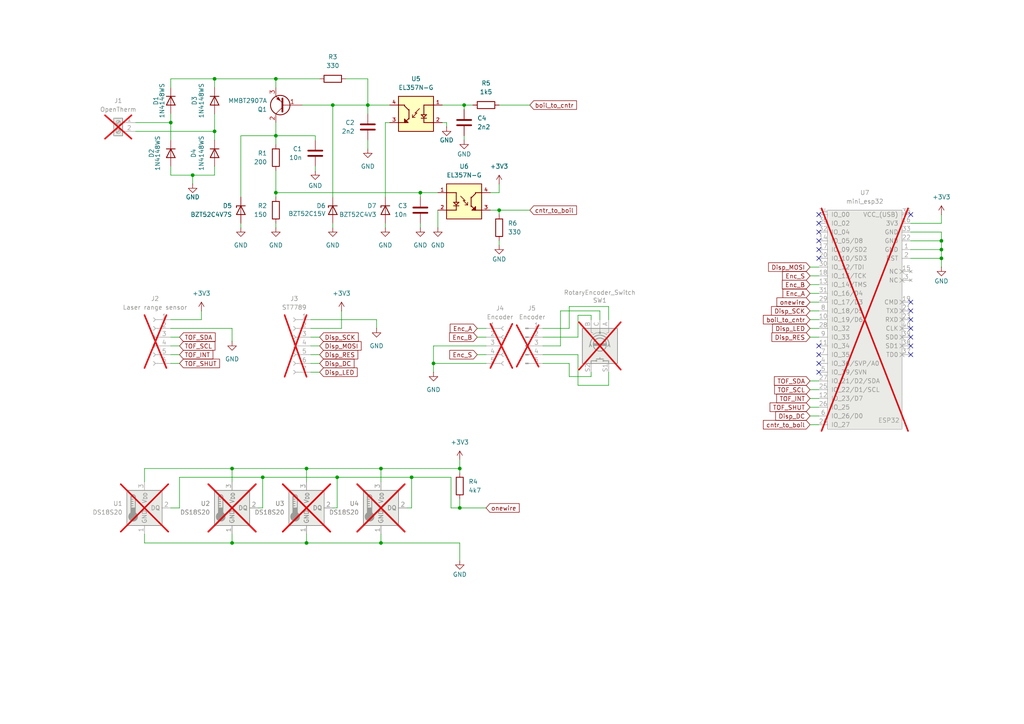
<source format=kicad_sch>
(kicad_sch (version 20231120) (generator "eeschema") (generator_version "8.0")
  (paper "A4")
  (lib_symbols
    (symbol "Connector:Conn_01x05_Pin" (pin_names (offset 1.016) hide)
      (property "Reference" "J" (at 0 7.62 0))
      (property "Value" "Conn_01x05_Pin" (at 0 -7.62 0))
      (symbol "Conn_01x05_Pin_1_1"
        (pin passive line (at 5.08 5.08 180) (length 3.81) (name "Pin_1") (number "1"))
        (pin passive line (at 5.08 2.54 180) (length 3.81) (name "Pin_2") (number "2"))
        (pin passive line (at 5.08 0 180) (length 3.81) (name "Pin_3") (number "3"))
        (pin passive line (at 5.08 -2.54 180) (length 3.81) (name "Pin_4") (number "4"))
        (pin passive line (at 5.08 -5.08 180) (length 3.81) (name "Pin_5") (number "5"))
      )
    )
    (symbol "Connector:Conn_01x05_Socket" (pin_names (offset 1.016) hide)
      (property "Reference" "J" (at 0 7.62 0))
      (property "Value" "Conn_01x05_Socket" (at 0 -7.62 0))
      (symbol "Conn_01x05_Socket_1_1"
        (pin passive line (at -5.08 5.08 0) (length 3.81) (name "Pin_1") (number "1"))
        (pin passive line (at -5.08 2.54 0) (length 3.81) (name "Pin_2") (number "2"))
        (pin passive line (at -5.08 0 0) (length 3.81) (name "Pin_3") (number "3"))
        (pin passive line (at -5.08 -2.54 0) (length 3.81) (name "Pin_4") (number "4"))
        (pin passive line (at -5.08 -5.08 0) (length 3.81) (name "Pin_5") (number "5"))
      )
    )
    (symbol "Connector:Conn_01x06_Socket" (pin_names (offset 1.016) hide)
      (property "Reference" "J" (at 0 7.62 0))
      (property "Value" "Conn_01x06_Socket" (at 0 -10.16 0))
      (symbol "Conn_01x06_Socket_1_1"
        (pin passive line (at -5.08 5.08 0) (length 3.81) (name "Pin_1") (number "1"))
        (pin passive line (at -5.08 2.54 0) (length 3.81) (name "Pin_2") (number "2"))
        (pin passive line (at -5.08 0 0) (length 3.81) (name "Pin_3") (number "3"))
        (pin passive line (at -5.08 -2.54 0) (length 3.81) (name "Pin_4") (number "4"))
        (pin passive line (at -5.08 -5.08 0) (length 3.81) (name "Pin_5") (number "5"))
        (pin passive line (at -5.08 -7.62 0) (length 3.81) (name "Pin_6") (number "6"))
      )
    )
    (symbol "Connector:Conn_01x07_Socket" (pin_names (offset 1.016) hide)
      (property "Reference" "J" (at 0 10.16 0))
      (property "Value" "Conn_01x07_Socket" (at 0 -10.16 0))
      (symbol "Conn_01x07_Socket_1_1"
        (pin passive line (at -5.08 7.62 0) (length 3.81) (name "Pin_1") (number "1"))
        (pin passive line (at -5.08 5.08 0) (length 3.81) (name "Pin_2") (number "2"))
        (pin passive line (at -5.08 2.54 0) (length 3.81) (name "Pin_3") (number "3"))
        (pin passive line (at -5.08 0 0) (length 3.81) (name "Pin_4") (number "4"))
        (pin passive line (at -5.08 -2.54 0) (length 3.81) (name "Pin_5") (number "5"))
        (pin passive line (at -5.08 -5.08 0) (length 3.81) (name "Pin_6") (number "6"))
        (pin passive line (at -5.08 -7.62 0) (length 3.81) (name "Pin_7") (number "7"))
      )
    )
    (symbol "Connector:Screw_Terminal_01x02" (pin_names (offset 1.016) hide)
      (property "Reference" "J" (at 0 2.54 0))
      (property "Value" "Screw_Terminal_01x02" (at 0 -5.08 0))
      (symbol "Screw_Terminal_01x02_1_1"
        (pin passive line (at -5.08 0 0) (length 3.81) (name "Pin_1") (number "1"))
        (pin passive line (at -5.08 -2.54 0) (length 3.81) (name "Pin_2") (number "2"))
      )
    )
    (symbol "D_1" (pin_numbers hide) (pin_names (offset 1.016) hide)
      (property "Reference" "D" (at 0 2.54 0))
      (property "Value" "D" (at 0 -2.54 0))
      (symbol "D_1_1_1"
        (pin passive line (at -3.81 0 0) (length 2.54) (name "K") (number "1"))
        (pin passive line (at 3.81 0 180) (length 2.54) (name "A") (number "2"))
      )
    )
    (symbol "D_2" (pin_numbers hide) (pin_names (offset 1.016) hide)
      (property "Reference" "D" (at 0 2.54 0))
      (property "Value" "D" (at 0 -2.54 0))
      (symbol "D_2_1_1"
        (pin passive line (at -3.81 0 0) (length 2.54) (name "K") (number "1"))
        (pin passive line (at 3.81 0 180) (length 2.54) (name "A") (number "2"))
      )
    )
    (symbol "D_3" (pin_numbers hide) (pin_names (offset 1.016) hide)
      (property "Reference" "D" (at 0 2.54 0))
      (property "Value" "D" (at 0 -2.54 0))
      (symbol "D_3_1_1"
        (pin passive line (at -3.81 0 0) (length 2.54) (name "K") (number "1"))
        (pin passive line (at 3.81 0 180) (length 2.54) (name "A") (number "2"))
      )
    )
    (symbol "D_Zener_1" (pin_numbers hide) (pin_names (offset 1.016) hide)
      (property "Reference" "D" (at 0 2.54 0))
      (property "Value" "D_Zener" (at 0 -2.54 0))
      (symbol "D_Zener_1_1_1"
        (pin passive line (at -3.81 0 0) (length 2.54) (name "K") (number "1"))
        (pin passive line (at 3.81 0 180) (length 2.54) (name "A") (number "2"))
      )
    )
    (symbol "D_Zener_2" (pin_numbers hide) (pin_names (offset 1.016) hide)
      (property "Reference" "D" (at 0 2.54 0))
      (property "Value" "D_Zener" (at 0 -2.54 0))
      (symbol "D_Zener_2_1_1"
        (pin passive line (at -3.81 0 0) (length 2.54) (name "K") (number "1"))
        (pin passive line (at 3.81 0 180) (length 2.54) (name "A") (number "2"))
      )
    )
    (symbol "Device:C" (pin_numbers hide) (pin_names (offset 0.254))
      (property "Reference" "C" (at 0.635 2.54 0))
      (property "Value" "C" (at 0.635 -2.54 0))
      (symbol "C_1_1"
        (pin passive line (at 0 3.81 270) (length 2.794) (name "~") (number "1"))
        (pin passive line (at 0 -3.81 90) (length 2.794) (name "~") (number "2"))
      )
    )
    (symbol "Device:D_Zener" (pin_numbers hide) (pin_names (offset 1.016) hide)
      (property "Reference" "D" (at 0 2.54 0))
      (property "Value" "D_Zener" (at 0 -2.54 0))
      (symbol "D_Zener_1_1"
        (pin passive line (at -3.81 0 0) (length 2.54) (name "K") (number "1"))
        (pin passive line (at 3.81 0 180) (length 2.54) (name "A") (number "2"))
      )
    )
    (symbol "Device:Q_PNP_BCE" (pin_names (offset 0) hide)
      (property "Reference" "Q" (at 5.08 1.27 0))
      (property "Value" "Q_PNP_BCE" (at 5.08 -1.27 0))
      (symbol "Q_PNP_BCE_1_1"
        (pin input line (at -5.08 0 0) (length 5.715) (name "B") (number "1"))
        (pin passive line (at 2.54 5.08 270) (length 2.54) (name "C") (number "2"))
        (pin passive line (at 2.54 -5.08 90) (length 2.54) (name "E") (number "3"))
      )
    )
    (symbol "Device:R" (pin_numbers hide) (pin_names (offset 0))
      (property "Reference" "R" (at 2.032 0 90))
      (property "Value" "R" (at 0 0 90))
      (symbol "R_1_1"
        (pin passive line (at 0 3.81 270) (length 1.27) (name "~") (number "1"))
        (pin passive line (at 0 -3.81 90) (length 1.27) (name "~") (number "2"))
      )
    )
    (symbol "Device:RotaryEncoder_Switch" (pin_names (offset 0.254) hide)
      (property "Reference" "SW" (at 0 6.604 0))
      (property "Value" "RotaryEncoder_Switch" (at 0 -6.604 0))
      (symbol "RotaryEncoder_Switch_1_1"
        (pin passive line (at -7.62 2.54 0) (length 2.54) (name "A") (number "A"))
        (pin passive line (at -7.62 -2.54 0) (length 2.54) (name "B") (number "B"))
        (pin passive line (at -7.62 0 0) (length 2.54) (name "C") (number "C"))
        (pin passive line (at 7.62 2.54 180) (length 2.54) (name "S1") (number "S1"))
        (pin passive line (at 7.62 -2.54 180) (length 2.54) (name "S2") (number "S2"))
      )
    )
    (symbol "EL357N-G:EL357N-G" (pin_names (offset 1.016))
      (property "Reference" "U" (at -5.08 5.08 0))
      (property "Value" "EL357N-G" (at -5.08 -7.62 0))
      (symbol "EL357N-G_0_0"
        (pin passive line (at -7.62 2.54 0) (length 2.54) (name "~") (number "1"))
        (pin passive line (at -7.62 -2.54 0) (length 2.54) (name "~") (number "2"))
        (pin passive line (at 7.62 -2.54 180) (length 2.54) (name "~") (number "3"))
        (pin passive line (at 7.62 2.54 180) (length 2.54) (name "~") (number "4"))
      )
    )
    (symbol "ESP32_mini:mini_esp32" (pin_names (offset 1.016))
      (property "Reference" "U" (at -7.62 -50.8 0))
      (property "Value" "mini_esp32" (at 5.08 -59.69 0))
      (symbol "mini_esp32_0_0"
        (text "ESP32" (at 7.62 -62.23 0) (effects (font (size 1.27 1.27))))
        (pin power_in line (at 13.97 -12.7 180) (length 2.54) (name "GND") (number "1"))
        (pin input line (at 13.97 -15.24 180) (length 2.54) (name "RST") (number "2"))
        (pin no_connect non_logic (at 13.97 -21.59 180) (length 2.54) (name "NC") (number "3"))
        (pin bidirectional line (at -12.7 -45.72 0) (length 2.54) (name "IO_36/SVP/A0") (number "4"))
        (pin bidirectional line (at -12.7 -48.26 0) (length 2.54) (name "IO_39/SVN") (number "5"))
      )
      (symbol "mini_esp32_1_1"
        (pin bidirectional line (at -12.7 -33.02 0) (length 2.54) (name "IO_19/D6") (number "10"))
        (pin bidirectional line (at -12.7 -40.64 0) (length 2.54) (name "IO_34") (number "11"))
        (pin bidirectional line (at -12.7 -55.88 0) (length 2.54) (name "IO_23/D7") (number "12"))
        (pin bidirectional line (at -12.7 -22.86 0) (length 2.54) (name "IO_14/TMS") (number "13"))
        (pin bidirectional line (at -12.7 -10.16 0) (length 2.54) (name "IO_05/D8") (number "14"))
        (pin no_connect non_logic (at 13.97 -19.05 180) (length 2.54) (name "NC") (number "15"))
        (pin power_in line (at 13.97 -5.08 180) (length 2.54) (name "3V3") (number "16"))
        (pin bidirectional line (at -12.7 -12.7 0) (length 2.54) (name "IO_09/SD2") (number "17"))
        (pin bidirectional line (at -12.7 -20.32 0) (length 2.54) (name "IO_13/TCK") (number "18"))
        (pin passive non_logic (at 13.97 -27.94 180) (length 2.54) (name "CMD") (number "19"))
        (pin bidirectional line (at -12.7 -15.24 0) (length 2.54) (name "IO_10/SD3") (number "20"))
        (pin passive non_logic (at 13.97 -30.48 180) (length 2.54) (name "TXD") (number "21"))
        (pin power_in line (at 13.97 -10.16 180) (length 2.54) (name "GND") (number "22"))
        (pin passive non_logic (at 13.97 -33.02 180) (length 2.54) (name "RXD") (number "23"))
        (pin bidirectional line (at -12.7 -63.5 0) (length 2.54) (name "IO_27") (number "24"))
        (pin bidirectional line (at -12.7 -53.34 0) (length 2.54) (name "IO_22/D1/SCL") (number "25"))
        (pin bidirectional line (at -12.7 -58.42 0) (length 2.54) (name "IO_25") (number "26"))
        (pin bidirectional line (at -12.7 -50.8 0) (length 2.54) (name "IO_21/D2/SDA") (number "27"))
        (pin bidirectional line (at -12.7 -35.56 0) (length 2.54) (name "IO_32") (number "28"))
        (pin bidirectional line (at -12.7 -27.94 0) (length 2.54) (name "IO_17/D3") (number "29"))
        (pin bidirectional line (at -12.7 -17.78 0) (length 2.54) (name "IO_12/TDI") (number "30"))
        (pin bidirectional line (at -12.7 -25.4 0) (length 2.54) (name "IO_16/D4") (number "31"))
        (pin bidirectional line (at -12.7 -7.62 0) (length 2.54) (name "IO_04") (number "32"))
        (pin power_in line (at 13.97 -7.62 180) (length 2.54) (name "GND") (number "33"))
        (pin bidirectional line (at -12.7 -2.54 0) (length 2.54) (name "IO_00") (number "34"))
        (pin power_in line (at 13.97 -2.54 180) (length 2.54) (name "VCC_(USB)") (number "35"))
        (pin bidirectional line (at -12.7 -5.08 0) (length 2.54) (name "IO_02") (number "36"))
        (pin passive non_logic (at 13.97 -43.18 180) (length 2.54) (name "TD0") (number "37"))
        (pin passive non_logic (at 13.97 -40.64 180) (length 2.54) (name "SD1") (number "38"))
        (pin passive non_logic (at 13.97 -38.1 180) (length 2.54) (name "SD0") (number "39"))
        (pin passive non_logic (at 13.97 -35.56 180) (length 2.54) (name "CLK") (number "40"))
        (pin bidirectional line (at -12.7 -60.96 0) (length 2.54) (name "IO_26/D0") (number "6"))
        (pin bidirectional line (at -12.7 -43.18 0) (length 2.54) (name "IO_35") (number "7"))
        (pin bidirectional line (at -12.7 -30.48 0) (length 2.54) (name "IO_18/D5") (number "8"))
        (pin bidirectional line (at -12.7 -38.1 0) (length 2.54) (name "IO_33") (number "9"))
      )
    )
    (symbol "Sensor_Temperature:DS18S20"
      (property "Reference" "U" (at -3.81 6.35 0))
      (property "Value" "DS18S20" (at 6.35 6.35 0))
      (symbol "DS18S20_1_1"
        (pin power_in line (at 0 -7.62 90) (length 2.54) (name "GND") (number "1"))
        (pin bidirectional line (at 7.62 0 180) (length 2.54) (name "DQ") (number "2"))
        (pin power_in line (at 0 7.62 270) (length 2.54) (name "V_{DD}") (number "3"))
      )
    )
    (symbol "Simulation_SPICE:D" (pin_numbers hide) (pin_names (offset 1.016) hide)
      (property "Reference" "D" (at 0 2.54 0))
      (property "Value" "D" (at 0 -2.54 0))
      (symbol "D_1_1"
        (pin passive line (at -3.81 0 0) (length 2.54) (name "K") (number "1"))
        (pin passive line (at 3.81 0 180) (length 2.54) (name "A") (number "2"))
      )
    )
    (symbol "power:+3V3" (power) (pin_numbers hide) (pin_names (offset 0) hide)
      (property "Value" "+3V3" (at 0 3.556 0))
      (symbol "+3V3_1_1"
        (pin power_in line (at 0 0 90) (length 0) (name "~") (number "1"))
      )
    )
    (symbol "power:GND" (power) (pin_numbers hide) (pin_names (offset 0) hide)
      (property "Value" "GND" (at 0 -3.81 0))
      (symbol "GND_1_1"
        (pin power_in line (at 0 0 270) (length 0) (name "~") (number "1"))
      )
    )
  )
  (junction (at 273.05 69.85))
  (junction (at 273.05 72.39))
  (junction (at 80.01 22.86))
  (junction (at 110.49 135.89))
  (junction (at 49.53 35.56))
  (junction (at 76.2 138.43))
  (junction (at 96.52 30.48))
  (junction (at 97.79 138.43))
  (junction (at 133.35 135.89))
  (junction (at 110.49 157.48))
  (junction (at 144.78 60.96))
  (junction (at 55.88 50.8))
  (junction (at 133.35 147.32))
  (junction (at 121.92 55.88))
  (junction (at 62.23 22.86))
  (junction (at 62.23 38.1))
  (junction (at 80.01 39.37))
  (junction (at 273.05 74.93))
  (junction (at 67.31 135.89))
  (junction (at 125.73 105.41))
  (junction (at 88.9 157.48))
  (junction (at 67.31 157.48))
  (junction (at 80.01 55.88))
  (junction (at 106.68 30.48))
  (junction (at 88.9 135.89))
  (junction (at 134.62 30.48))
  (junction (at 119.38 138.43))
  (no_connect (at 264.16 87.63))
  (no_connect (at 237.49 67.31))
  (no_connect (at 237.49 64.77))
  (no_connect (at 237.49 102.87))
  (no_connect (at 237.49 105.41))
  (no_connect (at 237.49 107.95))
  (no_connect (at 237.49 74.93))
  (no_connect (at 264.16 97.79))
  (no_connect (at 237.49 62.23))
  (no_connect (at 237.49 69.85))
  (no_connect (at 264.16 62.23))
  (no_connect (at 264.16 92.71))
  (no_connect (at 237.49 100.33))
  (no_connect (at 264.16 100.33))
  (no_connect (at 237.49 72.39))
  (no_connect (at 264.16 102.87))
  (no_connect (at 264.16 90.17))
  (no_connect (at 264.16 95.25))
  (wire (pts (xy 106.68 40.64) (xy 106.68 43.18)))
  (wire (pts (xy 273.05 62.23) (xy 273.05 64.77)))
  (wire (pts (xy 173.99 92.71) (xy 173.99 90.17)))
  (wire (pts (xy 167.64 91.44) (xy 167.64 97.79)))
  (wire (pts (xy 130.81 147.32) (xy 133.35 147.32)))
  (wire (pts (xy 165.1 109.22) (xy 165.1 105.41)))
  (wire (pts (xy 144.78 60.96) (xy 153.67 60.96)))
  (wire (pts (xy 118.11 147.32) (xy 119.38 147.32)))
  (wire (pts (xy 41.91 135.89) (xy 67.31 135.89)))
  (wire (pts (xy 273.05 69.85) (xy 273.05 72.39)))
  (wire (pts (xy 140.97 105.41) (xy 125.73 105.41)))
  (wire (pts (xy 264.16 64.77) (xy 273.05 64.77)))
  (wire (pts (xy 69.85 64.77) (xy 69.85 66.04)))
  (wire (pts (xy 121.92 55.88) (xy 121.92 57.15)))
  (wire (pts (xy 99.06 95.25) (xy 99.06 90.17)))
  (wire (pts (xy 55.88 50.8) (xy 49.53 50.8)))
  (wire (pts (xy 106.68 30.48) (xy 113.03 30.48)))
  (wire (pts (xy 140.97 95.25) (xy 138.43 95.25)))
  (wire (pts (xy 67.31 154.94) (xy 67.31 157.48)))
  (wire (pts (xy 140.97 97.79) (xy 138.43 97.79)))
  (wire (pts (xy 62.23 22.86) (xy 80.01 22.86)))
  (wire (pts (xy 55.88 50.8) (xy 55.88 53.34)))
  (wire (pts (xy 62.23 48.26) (xy 62.23 50.8)))
  (wire (pts (xy 125.73 100.33) (xy 125.73 105.41)))
  (wire (pts (xy 80.01 55.88) (xy 80.01 57.15)))
  (wire (pts (xy 264.16 69.85) (xy 273.05 69.85)))
  (wire (pts (xy 62.23 22.86) (xy 62.23 25.4)))
  (wire (pts (xy 237.49 97.79) (xy 234.95 97.79)))
  (wire (pts (xy 234.95 87.63) (xy 237.49 87.63)))
  (wire (pts (xy 110.49 135.89) (xy 110.49 139.7)))
  (wire (pts (xy 133.35 144.78) (xy 133.35 147.32)))
  (wire (pts (xy 133.35 157.48) (xy 133.35 162.56)))
  (wire (pts (xy 110.49 135.89) (xy 133.35 135.89)))
  (wire (pts (xy 49.53 147.32) (xy 52.07 147.32)))
  (wire (pts (xy 237.49 113.03) (xy 234.95 113.03)))
  (wire (pts (xy 76.2 138.43) (xy 97.79 138.43)))
  (wire (pts (xy 273.05 77.47) (xy 273.05 74.93)))
  (wire (pts (xy 142.24 55.88) (xy 144.78 55.88)))
  (wire (pts (xy 237.49 92.71) (xy 234.95 92.71)))
  (wire (pts (xy 144.78 30.48) (xy 153.67 30.48)))
  (wire (pts (xy 121.92 64.77) (xy 121.92 66.04)))
  (wire (pts (xy 273.05 72.39) (xy 264.16 72.39)))
  (wire (pts (xy 97.79 138.43) (xy 119.38 138.43)))
  (wire (pts (xy 92.71 22.86) (xy 80.01 22.86)))
  (wire (pts (xy 144.78 69.85) (xy 144.78 71.12)))
  (wire (pts (xy 106.68 30.48) (xy 106.68 33.02)))
  (wire (pts (xy 80.01 22.86) (xy 80.01 25.4)))
  (wire (pts (xy 167.64 102.87) (xy 157.48 102.87)))
  (wire (pts (xy 140.97 100.33) (xy 125.73 100.33)))
  (wire (pts (xy 173.99 90.17) (xy 162.56 90.17)))
  (wire (pts (xy 121.92 55.88) (xy 127 55.88)))
  (wire (pts (xy 111.76 35.56) (xy 113.03 35.56)))
  (wire (pts (xy 49.53 35.56) (xy 49.53 40.64)))
  (wire (pts (xy 162.56 90.17) (xy 162.56 100.33)))
  (wire (pts (xy 88.9 135.89) (xy 88.9 139.7)))
  (wire (pts (xy 49.53 33.02) (xy 49.53 35.56)))
  (wire (pts (xy 96.52 147.32) (xy 97.79 147.32)))
  (wire (pts (xy 41.91 157.48) (xy 67.31 157.48)))
  (wire (pts (xy 237.49 95.25) (xy 234.95 95.25)))
  (wire (pts (xy 41.91 154.94) (xy 41.91 157.48)))
  (wire (pts (xy 264.16 74.93) (xy 273.05 74.93)))
  (wire (pts (xy 273.05 67.31) (xy 273.05 69.85)))
  (wire (pts (xy 67.31 157.48) (xy 88.9 157.48)))
  (wire (pts (xy 176.53 88.9) (xy 165.1 88.9)))
  (wire (pts (xy 137.16 30.48) (xy 134.62 30.48)))
  (wire (pts (xy 234.95 118.11) (xy 237.49 118.11)))
  (wire (pts (xy 88.9 157.48) (xy 110.49 157.48)))
  (wire (pts (xy 80.01 64.77) (xy 80.01 66.04)))
  (wire (pts (xy 49.53 22.86) (xy 62.23 22.86)))
  (wire (pts (xy 128.27 30.48) (xy 134.62 30.48)))
  (wire (pts (xy 90.17 105.41) (xy 92.71 105.41)))
  (wire (pts (xy 237.49 90.17) (xy 234.95 90.17)))
  (wire (pts (xy 111.76 64.77) (xy 111.76 66.04)))
  (wire (pts (xy 80.01 39.37) (xy 80.01 41.91)))
  (wire (pts (xy 58.42 92.71) (xy 58.42 90.17)))
  (wire (pts (xy 67.31 95.25) (xy 49.53 95.25)))
  (wire (pts (xy 49.53 102.87) (xy 52.07 102.87)))
  (wire (pts (xy 165.1 88.9) (xy 165.1 95.25)))
  (wire (pts (xy 76.2 138.43) (xy 76.2 147.32)))
  (wire (pts (xy 67.31 99.06) (xy 67.31 95.25)))
  (wire (pts (xy 96.52 30.48) (xy 106.68 30.48)))
  (wire (pts (xy 106.68 30.48) (xy 106.68 22.86)))
  (wire (pts (xy 62.23 38.1) (xy 62.23 40.64)))
  (wire (pts (xy 62.23 50.8) (xy 55.88 50.8)))
  (wire (pts (xy 133.35 135.89) (xy 133.35 137.16)))
  (wire (pts (xy 140.97 102.87) (xy 138.43 102.87)))
  (wire (pts (xy 237.49 80.01) (xy 234.95 80.01)))
  (wire (pts (xy 67.31 135.89) (xy 88.9 135.89)))
  (wire (pts (xy 237.49 77.47) (xy 234.95 77.47)))
  (wire (pts (xy 234.95 120.65) (xy 237.49 120.65)))
  (wire (pts (xy 171.45 107.95) (xy 171.45 109.22)))
  (wire (pts (xy 90.17 100.33) (xy 92.71 100.33)))
  (wire (pts (xy 90.17 107.95) (xy 92.71 107.95)))
  (wire (pts (xy 176.53 111.76) (xy 167.64 111.76)))
  (wire (pts (xy 49.53 97.79) (xy 52.07 97.79)))
  (wire (pts (xy 171.45 92.71) (xy 171.45 91.44)))
  (wire (pts (xy 142.24 60.96) (xy 144.78 60.96)))
  (wire (pts (xy 167.64 111.76) (xy 167.64 102.87)))
  (wire (pts (xy 49.53 50.8) (xy 49.53 48.26)))
  (wire (pts (xy 39.37 38.1) (xy 62.23 38.1)))
  (wire (pts (xy 91.44 40.64) (xy 91.44 39.37)))
  (wire (pts (xy 49.53 105.41) (xy 52.07 105.41)))
  (wire (pts (xy 67.31 135.89) (xy 67.31 139.7)))
  (wire (pts (xy 167.64 97.79) (xy 157.48 97.79)))
  (wire (pts (xy 90.17 92.71) (xy 109.22 92.71)))
  (wire (pts (xy 162.56 100.33) (xy 157.48 100.33)))
  (wire (pts (xy 90.17 97.79) (xy 92.71 97.79)))
  (wire (pts (xy 237.49 110.49) (xy 234.95 110.49)))
  (wire (pts (xy 129.54 35.56) (xy 129.54 36.83)))
  (wire (pts (xy 134.62 39.37) (xy 134.62 40.64)))
  (wire (pts (xy 237.49 85.09) (xy 234.95 85.09)))
  (wire (pts (xy 171.45 109.22) (xy 165.1 109.22)))
  (wire (pts (xy 41.91 139.7) (xy 41.91 135.89)))
  (wire (pts (xy 128.27 35.56) (xy 129.54 35.56)))
  (wire (pts (xy 234.95 123.19) (xy 237.49 123.19)))
  (wire (pts (xy 80.01 49.53) (xy 80.01 55.88)))
  (wire (pts (xy 144.78 53.34) (xy 144.78 55.88)))
  (wire (pts (xy 91.44 48.26) (xy 91.44 49.53)))
  (wire (pts (xy 80.01 55.88) (xy 121.92 55.88)))
  (wire (pts (xy 144.78 60.96) (xy 144.78 62.23)))
  (wire (pts (xy 90.17 95.25) (xy 99.06 95.25)))
  (wire (pts (xy 273.05 74.93) (xy 273.05 72.39)))
  (wire (pts (xy 49.53 25.4) (xy 49.53 22.86)))
  (wire (pts (xy 91.44 39.37) (xy 80.01 39.37)))
  (wire (pts (xy 87.63 30.48) (xy 96.52 30.48)))
  (wire (pts (xy 119.38 138.43) (xy 130.81 138.43)))
  (wire (pts (xy 96.52 64.77) (xy 96.52 66.04)))
  (wire (pts (xy 97.79 138.43) (xy 97.79 147.32)))
  (wire (pts (xy 74.93 147.32) (xy 76.2 147.32)))
  (wire (pts (xy 109.22 92.71) (xy 109.22 95.25)))
  (wire (pts (xy 80.01 39.37) (xy 69.85 39.37)))
  (wire (pts (xy 127 60.96) (xy 127 66.04)))
  (wire (pts (xy 62.23 33.02) (xy 62.23 38.1)))
  (wire (pts (xy 125.73 105.41) (xy 125.73 107.95)))
  (wire (pts (xy 165.1 95.25) (xy 157.48 95.25)))
  (wire (pts (xy 100.33 22.86) (xy 106.68 22.86)))
  (wire (pts (xy 264.16 67.31) (xy 273.05 67.31)))
  (wire (pts (xy 111.76 35.56) (xy 111.76 57.15)))
  (wire (pts (xy 171.45 91.44) (xy 167.64 91.44)))
  (wire (pts (xy 52.07 147.32) (xy 52.07 138.43)))
  (wire (pts (xy 119.38 138.43) (xy 119.38 147.32)))
  (wire (pts (xy 176.53 92.71) (xy 176.53 88.9)))
  (wire (pts (xy 90.17 102.87) (xy 92.71 102.87)))
  (wire (pts (xy 165.1 105.41) (xy 157.48 105.41)))
  (wire (pts (xy 69.85 39.37) (xy 69.85 57.15)))
  (wire (pts (xy 96.52 30.48) (xy 96.52 57.15)))
  (wire (pts (xy 80.01 35.56) (xy 80.01 39.37)))
  (wire (pts (xy 88.9 135.89) (xy 110.49 135.89)))
  (wire (pts (xy 49.53 92.71) (xy 58.42 92.71)))
  (wire (pts (xy 52.07 138.43) (xy 76.2 138.43)))
  (wire (pts (xy 110.49 154.94) (xy 110.49 157.48)))
  (wire (pts (xy 134.62 30.48) (xy 134.62 31.75)))
  (wire (pts (xy 133.35 133.35) (xy 133.35 135.89)))
  (wire (pts (xy 130.81 138.43) (xy 130.81 147.32)))
  (wire (pts (xy 133.35 147.32) (xy 140.97 147.32)))
  (wire (pts (xy 237.49 82.55) (xy 234.95 82.55)))
  (wire (pts (xy 176.53 107.95) (xy 176.53 111.76)))
  (wire (pts (xy 237.49 115.57) (xy 234.95 115.57)))
  (wire (pts (xy 110.49 157.48) (xy 133.35 157.48)))
  (wire (pts (xy 88.9 154.94) (xy 88.9 157.48)))
  (wire (pts (xy 49.53 100.33) (xy 52.07 100.33)))
  (wire (pts (xy 39.37 35.56) (xy 49.53 35.56)))
  (global_label "Disp_RES" (shape input) (at 234.95 97.79 180) (property "Intersheetrefs" "${INTERSHEET_REFS}" (effects (hide yes))))
  (global_label "TOF_INT" (shape input) (at 234.95 115.57 180) (property "Intersheetrefs" "${INTERSHEET_REFS}" (effects (hide yes))))
  (global_label "cntr_to_boil" (shape input) (at 153.67 60.96 0) (property "Intersheetrefs" "${INTERSHEET_REFS}" (effects (hide yes))))
  (global_label "boil_to_cntr" (shape input) (at 153.67 30.48 0) (property "Intersheetrefs" "${INTERSHEET_REFS}" (effects (hide yes))))
  (global_label "Enc_S" (shape input) (at 234.95 80.01 180) (property "Intersheetrefs" "${INTERSHEET_REFS}" (effects (hide yes))))
  (global_label "Enc_A" (shape input) (at 234.95 85.09 180) (property "Intersheetrefs" "${INTERSHEET_REFS}" (effects (hide yes))))
  (global_label "Disp_LED" (shape input) (at 234.95 95.25 180) (property "Intersheetrefs" "${INTERSHEET_REFS}" (effects (hide yes))))
  (global_label "TOF_SDA" (shape input) (at 234.95 110.49 180) (property "Intersheetrefs" "${INTERSHEET_REFS}" (effects (hide yes))))
  (global_label "Enc_B" (shape input) (at 138.43 97.79 180) (property "Intersheetrefs" "${INTERSHEET_REFS}" (effects (hide yes))))
  (global_label "Enc_S" (shape input) (at 138.43 102.87 180) (property "Intersheetrefs" "${INTERSHEET_REFS}" (effects (hide yes))))
  (global_label "onewire" (shape input) (at 140.97 147.32 0) (property "Intersheetrefs" "${INTERSHEET_REFS}" (effects (hide yes))))
  (global_label "Disp_DC" (shape input) (at 92.71 105.41 0) (property "Intersheetrefs" "${INTERSHEET_REFS}" (effects (hide yes))))
  (global_label "TOF_SHUT" (shape input) (at 234.95 118.11 180) (property "Intersheetrefs" "${INTERSHEET_REFS}" (effects (hide yes))))
  (global_label "Disp_LED" (shape input) (at 92.71 107.95 0) (property "Intersheetrefs" "${INTERSHEET_REFS}" (effects (hide yes))))
  (global_label "Disp_DC" (shape input) (at 234.95 120.65 180) (property "Intersheetrefs" "${INTERSHEET_REFS}" (effects (hide yes))))
  (global_label "cntr_to_boil" (shape input) (at 234.95 123.19 180) (property "Intersheetrefs" "${INTERSHEET_REFS}" (effects (hide yes))))
  (global_label "Enc_B" (shape input) (at 234.95 82.55 180) (property "Intersheetrefs" "${INTERSHEET_REFS}" (effects (hide yes))))
  (global_label "Disp_MOSI" (shape input) (at 92.71 100.33 0) (property "Intersheetrefs" "${INTERSHEET_REFS}" (effects (hide yes))))
  (global_label "TOF_SCL" (shape input) (at 52.07 100.33 0) (property "Intersheetrefs" "${INTERSHEET_REFS}" (effects (hide yes))))
  (global_label "Disp_RES" (shape input) (at 92.71 102.87 0) (property "Intersheetrefs" "${INTERSHEET_REFS}" (effects (hide yes))))
  (global_label "TOF_SHUT" (shape input) (at 52.07 105.41 0) (property "Intersheetrefs" "${INTERSHEET_REFS}" (effects (hide yes))))
  (global_label "TOF_INT" (shape input) (at 52.07 102.87 0) (property "Intersheetrefs" "${INTERSHEET_REFS}" (effects (hide yes))))
  (global_label "Enc_A" (shape input) (at 138.43 95.25 180) (property "Intersheetrefs" "${INTERSHEET_REFS}" (effects (hide yes))))
  (global_label "boil_to_cntr" (shape input) (at 234.95 92.71 180) (property "Intersheetrefs" "${INTERSHEET_REFS}" (effects (hide yes))))
  (global_label "Disp_SCK" (shape input) (at 92.71 97.79 0) (property "Intersheetrefs" "${INTERSHEET_REFS}" (effects (hide yes))))
  (global_label "TOF_SDA" (shape input) (at 52.07 97.79 0) (property "Intersheetrefs" "${INTERSHEET_REFS}" (effects (hide yes))))
  (global_label "Disp_SCK" (shape input) (at 234.95 90.17 180) (property "Intersheetrefs" "${INTERSHEET_REFS}" (effects (hide yes))))
  (global_label "TOF_SCL" (shape input) (at 234.95 113.03 180) (property "Intersheetrefs" "${INTERSHEET_REFS}" (effects (hide yes))))
  (global_label "onewire" (shape input) (at 234.95 87.63 180) (property "Intersheetrefs" "${INTERSHEET_REFS}" (effects (hide yes))))
  (global_label "Disp_MOSI" (shape input) (at 234.95 77.47 180) (property "Intersheetrefs" "${INTERSHEET_REFS}" (effects (hide yes))))
  (symbol (lib_id "power:GND") (at 133.35 162.56 0) (unit 1)
    (property "Reference" "#PWR017" (effects (hide yes)))
    (property "Value" "GND" (at 133.35 166.624 0))
    (property "Description" "Power symbol creates a global label with name \"GND\" , ground" (effects (hide yes)))
  )
  (symbol (lib_id "Device:R") (at 144.78 66.04 0) (unit 1)
    (property "Reference" "R6" (at 147.32 64.7699 0) (effects (justify left)))
    (property "Value" "330" (at 147.32 67.3099 0) (effects (justify left)))
    (property "Footprint" "Diode_SMD:D_0805_2012Metric" (effects (hide yes)))
    (property "Description" "Resistor" (effects (hide yes)))
    (property "LCSC Part # " "C17630" (effects (hide yes)))
  )
  (symbol (lib_id "power:+3V3") (at 144.78 53.34 0) (unit 1)
    (property "Reference" "#PWR019" (effects (hide yes)))
    (property "Value" "+3V3" (at 144.78 48.26 0))
    (property "Description" "Power symbol creates a global label with name \"+3V3\"" (effects (hide yes)))
  )
  (symbol (lib_id "power:GND") (at 96.52 66.04 0) (unit 1)
    (property "Reference" "#PWR07" (effects (hide yes)))
    (property "Value" "GND" (at 96.52 71.12 0))
    (property "Description" "Power symbol creates a global label with name \"GND\" , ground" (effects (hide yes)))
  )
  (symbol (lib_id "power:GND") (at 144.78 71.12 0) (unit 1)
    (property "Reference" "#PWR020" (effects (hide yes)))
    (property "Value" "GND" (at 144.78 75.184 0))
    (property "Description" "Power symbol creates a global label with name \"GND\" , ground" (effects (hide yes)))
  )
  (symbol (lib_name "D_Zener_1") (lib_id "Device:D_Zener") (at 111.76 60.96 90) (mirror x) (unit 1)
    (property "Reference" "D7" (at 109.22 59.6899 90) (effects (justify left)))
    (property "Value" "BZT52C4V3" (at 109.22 62.2299 90) (effects (justify left)))
    (property "Footprint" "Diode_SMD:D_SOD-123" (effects (hide yes)))
    (property "Description" "Zener diode" (effects (hide yes)))
    (property "Sim.Device" "D" (effects (hide yes)))
    (property "Sim.Pins" "1=K 2=A" (effects (hide yes)))
    (property "Sim.Params" "bv=4.3" (effects (hide yes)))
    (property "LCSC Part # " "C726993" (effects (hide yes)))
  )
  (symbol (lib_name "D_3") (lib_id "Simulation_SPICE:D") (at 49.53 44.45 270) (unit 1)
    (property "Reference" "D2" (at 43.942 44.45 0))
    (property "Value" "1N4148WS" (at 45.72 44.45 0))
    (property "Footprint" "Diode_SMD:D_SOD-323" (effects (hide yes)))
    (property "Datasheet" "https://ngspice.sourceforge.io/docs/ngspice-html-manual/manual.xhtml#cha_DIODEs" (effects (hide yes)))
    (property "Description" "Diode for simulation or PCB" (effects (hide yes)))
    (property "Sim.Device" "D" (effects (hide yes)))
    (property "Sim.Pins" "1=K 2=A" (effects (hide yes)))
    (property "Sim.Params" "m=0.33 is=1e-14 rs=0.5 n=1.06 tt=5n cjo=1e-12 vj=0.75 fc=0.5" (effects (hide yes)))
    (property "LCSC Part # " "C2128" (effects (hide yes)))
  )
  (symbol (lib_id "Device:C") (at 106.68 36.83 0) (mirror y) (unit 1)
    (property "Reference" "C2" (at 102.87 35.5599 0) (effects (justify left)))
    (property "Value" "2n2" (at 102.87 38.0999 0) (effects (justify left)))
    (property "Footprint" "Capacitor_SMD:C_0603_1608Metric" (effects (hide yes)))
    (property "Description" "Unpolarized capacitor" (effects (hide yes)))
    (property "LCSC Part # " "C1604" (effects (hide yes)))
  )
  (symbol (lib_id "EL357N-G:EL357N-G") (at 134.62 58.42 0) (unit 1)
    (property "Reference" "U6" (at 134.62 48.26 0))
    (property "Value" "EL357N-G" (at 134.62 50.8 0))
    (property "Footprint" "EL357N-G:OPTO_EL357N-G" (effects (hide yes)))
    (property "MF" "Everlight Electronics" (effects (hide yes)))
    (property "MAXIMUM_PACKAGE_HEIGHT" "2.00mm" (effects (hide yes)))
    (property "Package" "SOP-4 Everlight" (effects (hide yes)))
    (property "Price" "None" (effects (hide yes)))
    (property "Check_prices" "https://www.snapeda.com/parts/EL357N-G/Everlight+Electronics+Co+Ltd/view-part/?ref=eda" (effects (hide yes)))
    (property "STANDARD" "Manufacturer Recommendations" (effects (hide yes)))
    (property "PARTREV" "6" (effects (hide yes)))
    (property "SnapEDA_Link" "https://www.snapeda.com/parts/EL357N-G/Everlight+Electronics+Co+Ltd/view-part/?ref=snap" (effects (hide yes)))
    (property "MP" "EL357N-G" (effects (hide yes)))
    (property "Description_1" "\nOptoisolator Transistor Output 3750Vrms 1 Channel 4-SOP (2.54mm)\n" (effects (hide yes)))
    (property "Availability" "In Stock" (effects (hide yes)))
    (property "MANUFACTURER" "Everlight" (effects (hide yes)))
    (property "LCSC Part # " "C29981" (effects (hide yes)))
  )
  (symbol (lib_id "power:+3V3") (at 133.35 133.35 0) (unit 1)
    (property "Reference" "#PWR016" (effects (hide yes)))
    (property "Value" "+3V3" (at 133.35 128.27 0))
    (property "Description" "Power symbol creates a global label with name \"+3V3\"" (effects (hide yes)))
  )
  (symbol (lib_name "D_1") (lib_id "Simulation_SPICE:D") (at 49.53 29.21 270) (unit 1)
    (property "Reference" "D1" (at 45.212 29.21 0))
    (property "Value" "1N4148WS" (at 46.99 29.21 0))
    (property "Footprint" "Diode_SMD:D_SOD-323" (effects (hide yes)))
    (property "Datasheet" "https://ngspice.sourceforge.io/docs/ngspice-html-manual/manual.xhtml#cha_DIODEs" (effects (hide yes)))
    (property "Description" "Diode for simulation or PCB" (effects (hide yes)))
    (property "Sim.Device" "D" (effects (hide yes)))
    (property "Sim.Pins" "1=K 2=A" (effects (hide yes)))
    (property "Sim.Params" "m=0.33 is=1e-14 rs=0.5 n=1.06 tt=5n cjo=1e-12 vj=0.75 fc=0.5" (effects (hide yes)))
    (property "LCSC Part # " "C2128" (effects (hide yes)))
  )
  (symbol (lib_id "ESP32_mini:mini_esp32") (at 250.19 59.69 0) (unit 1) (dnp yes)
    (property "Reference" "U7" (at 250.825 55.88 0))
    (property "Value" "mini_esp32" (at 250.825 58.42 0))
    (property "Footprint" "ESP32_mini:ESP32_mini" (effects (hide yes)))
  )
  (symbol (lib_name "D_Zener_2") (lib_id "Device:D_Zener") (at 96.52 60.96 90) (mirror x) (unit 1)
    (property "Reference" "D6" (at 94.488 59.69 90) (effects (justify left)))
    (property "Value" "BZT52C15V" (at 94.488 61.976 90) (effects (justify left)))
    (property "Footprint" "Diode_SMD:D_SOD-123" (effects (hide yes)))
    (property "Description" "Zener diode" (effects (hide yes)))
    (property "Sim.Device" "D" (effects (hide yes)))
    (property "Sim.Pins" "1=K 2=A" (effects (hide yes)))
    (property "Sim.Params" "bv=15" (effects (hide yes)))
    (property "LCSC Part # " "C5299435" (effects (hide yes)))
  )
  (symbol (lib_id "Connector:Screw_Terminal_01x02") (at 34.29 35.56 0) (mirror y) (unit 1) (dnp yes)
    (property "Reference" "J1" (at 34.29 29.21 0))
    (property "Value" "OpenTherm" (at 34.29 31.75 0))
    (property "Footprint" "TerminalBlock:TerminalBlock_bornier-2_P5.08mm" (effects (hide yes)))
    (property "Description" "Generic screw terminal, single row, 01x02, script generated (kicad-library-utils/schlib/autogen/connector/)" (effects (hide yes)))
  )
  (symbol (lib_id "power:GND") (at 127 66.04 0) (unit 1)
    (property "Reference" "#PWR014" (effects (hide yes)))
    (property "Value" "GND" (at 127 71.12 0))
    (property "Description" "Power symbol creates a global label with name \"GND\" , ground" (effects (hide yes)))
  )
  (symbol (lib_id "Device:R") (at 140.97 30.48 270) (unit 1)
    (property "Reference" "R5" (at 140.97 24.13 90))
    (property "Value" "1k5" (at 140.97 26.67 90))
    (property "Footprint" "Diode_SMD:D_0805_2012Metric" (effects (hide yes)))
    (property "Description" "Resistor" (effects (hide yes)))
    (property "LCSC Part # " "C4310" (effects (hide yes)))
  )
  (symbol (lib_id "power:+3V3") (at 273.05 62.23 0) (unit 1)
    (property "Reference" "#PWR021" (effects (hide yes)))
    (property "Value" "+3V3" (at 273.05 57.15 0))
    (property "Description" "Power symbol creates a global label with name \"+3V3\"" (effects (hide yes)))
  )
  (symbol (lib_id "Sensor_Temperature:DS18S20") (at 41.91 147.32 0) (unit 1) (in_bom no) (dnp yes)
    (property "Reference" "U1" (at 35.56 146.0499 0) (effects (justify right)))
    (property "Value" "DS18S20" (at 35.56 148.5899 0) (effects (justify right)))
    (property "Footprint" "Package_TO_SOT_THT:TO-92L_HandSolder" (effects (hide yes)))
    (property "Datasheet" "http://datasheets.maximintegrated.com/en/ds/DS18S20.pdf" (effects (hide yes)))
    (property "Description" "High-Precision 1-Wire Digital Thermometer TO-92" (effects (hide yes)))
  )
  (symbol (lib_id "Sensor_Temperature:DS18S20") (at 88.9 147.32 0) (unit 1) (in_bom no) (dnp yes)
    (property "Reference" "U3" (at 82.55 146.0499 0) (effects (justify right)))
    (property "Value" "DS18S20" (at 82.55 148.5899 0) (effects (justify right)))
    (property "Footprint" "Package_TO_SOT_THT:TO-92L_HandSolder" (effects (hide yes)))
    (property "Datasheet" "http://datasheets.maximintegrated.com/en/ds/DS18S20.pdf" (effects (hide yes)))
    (property "Description" "High-Precision 1-Wire Digital Thermometer TO-92" (effects (hide yes)))
  )
  (symbol (lib_id "power:GND") (at 129.54 36.83 0) (unit 1)
    (property "Reference" "#PWR015" (effects (hide yes)))
    (property "Value" "GND" (at 129.54 40.64 0))
    (property "Description" "Power symbol creates a global label with name \"GND\" , ground" (effects (hide yes)))
  )
  (symbol (lib_id "EL357N-G:EL357N-G") (at 120.65 33.02 0) (mirror y) (unit 1)
    (property "Reference" "U5" (at 120.65 22.86 0))
    (property "Value" "EL357N-G" (at 120.65 25.4 0))
    (property "Footprint" "EL357N-G:OPTO_EL357N-G" (effects (hide yes)))
    (property "MF" "Everlight Electronics" (effects (hide yes)))
    (property "MAXIMUM_PACKAGE_HEIGHT" "2.00mm" (effects (hide yes)))
    (property "Package" "SOP-4 Everlight" (effects (hide yes)))
    (property "Price" "None" (effects (hide yes)))
    (property "Check_prices" "https://www.snapeda.com/parts/EL357N-G/Everlight+Electronics+Co+Ltd/view-part/?ref=eda" (effects (hide yes)))
    (property "STANDARD" "Manufacturer Recommendations" (effects (hide yes)))
    (property "PARTREV" "6" (effects (hide yes)))
    (property "SnapEDA_Link" "https://www.snapeda.com/parts/EL357N-G/Everlight+Electronics+Co+Ltd/view-part/?ref=snap" (effects (hide yes)))
    (property "MP" "EL357N-G" (effects (hide yes)))
    (property "Description_1" "\nOptoisolator Transistor Output 3750Vrms 1 Channel 4-SOP (2.54mm)\n" (effects (hide yes)))
    (property "Availability" "In Stock" (effects (hide yes)))
    (property "MANUFACTURER" "Everlight" (effects (hide yes)))
    (property "LCSC Part # " "C29981" (effects (hide yes)))
  )
  (symbol (lib_id "Connector:Conn_01x07_Socket") (at 85.09 100.33 0) (mirror y) (unit 1) (dnp yes)
    (property "Reference" "J3" (at 85.344 86.614 0))
    (property "Value" "ST7789" (at 85.344 89.154 0))
    (property "Footprint" "Connector_PinHeader_2.54mm:PinHeader_1x07_P2.54mm_Vertical" (effects (hide yes)))
    (property "Description" "Generic connector, single row, 01x07, script generated" (effects (hide yes)))
  )
  (symbol (lib_id "power:GND") (at 273.05 77.47 0) (unit 1)
    (property "Reference" "#PWR022" (effects (hide yes)))
    (property "Value" "GND" (at 273.05 81.534 0))
    (property "Description" "Power symbol creates a global label with name \"GND\" , ground" (effects (hide yes)))
  )
  (symbol (lib_id "power:GND") (at 106.68 43.18 0) (unit 1)
    (property "Reference" "#PWR09" (effects (hide yes)))
    (property "Value" "GND" (at 106.68 48.26 0))
    (property "Description" "Power symbol creates a global label with name \"GND\" , ground" (effects (hide yes)))
  )
  (symbol (lib_id "Device:R") (at 133.35 140.97 0) (unit 1)
    (property "Reference" "R4" (at 135.89 139.6999 0) (effects (justify left)))
    (property "Value" "4k7" (at 135.89 142.2399 0) (effects (justify left)))
    (property "Footprint" "Resistor_SMD:R_0805_2012Metric" (effects (hide yes)))
    (property "LCSC Part # " "C23162" (effects (hide yes)))
  )
  (symbol (lib_id "Connector:Conn_01x06_Socket") (at 44.45 97.79 0) (mirror y) (unit 1) (dnp yes)
    (property "Reference" "J2" (at 44.958 86.614 0))
    (property "Value" "Laser range sensor" (at 44.958 89.154 0))
    (property "Footprint" "Connector_PinHeader_2.54mm:PinHeader_1x06_P2.54mm_Vertical" (effects (hide yes)))
    (property "Description" "Generic connector, single row, 01x06, script generated" (effects (hide yes)))
  )
  (symbol (lib_id "power:GND") (at 109.22 95.25 0) (unit 1)
    (property "Reference" "#PWR010" (effects (hide yes)))
    (property "Value" "GND" (at 109.22 100.33 0))
    (property "Description" "Power symbol creates a global label with name \"GND\" , ground" (effects (hide yes)))
  )
  (symbol (lib_id "power:GND") (at 55.88 53.34 0) (unit 1)
    (property "Reference" "#PWR01" (effects (hide yes)))
    (property "Value" "GND" (at 55.88 57.15 0))
    (property "Description" "Power symbol creates a global label with name \"GND\" , ground" (effects (hide yes)))
  )
  (symbol (lib_id "Connector:Conn_01x05_Pin") (at 152.4 100.33 0) (unit 1) (exclude_from_sim yes) (in_bom no) (on_board no) (dnp yes)
    (property "Reference" "J5" (at 155.448 89.408 0) (effects (justify right)))
    (property "Value" "Encoder" (at 158.242 91.948 0) (effects (justify right)))
    (property "Description" "Generic connector, single row, 01x05, script generated" (effects (hide yes)))
  )
  (symbol (lib_id "Connector:Conn_01x05_Socket") (at 146.05 100.33 0) (unit 1) (dnp yes)
    (property "Reference" "J4" (at 145.034 89.408 0))
    (property "Value" "Encoder" (at 145.034 91.948 0))
    (property "Footprint" "Connector_PinHeader_2.54mm:PinHeader_1x05_P2.54mm_Vertical" (effects (hide yes)))
    (property "Description" "Generic connector, single row, 01x05, script generated" (effects (hide yes)))
  )
  (symbol (lib_id "Device:C") (at 91.44 44.45 0) (mirror x) (unit 1)
    (property "Reference" "C1" (at 87.63 43.1799 0) (effects (justify right)))
    (property "Value" "10n" (at 87.63 45.7199 0) (effects (justify right)))
    (property "Footprint" "Capacitor_SMD:C_0603_1608Metric" (effects (hide yes)))
    (property "Description" "Unpolarized capacitor" (effects (hide yes)))
    (property "LCSC Part # " "C57112" (effects (hide yes)))
  )
  (symbol (lib_id "power:GND") (at 121.92 66.04 0) (unit 1)
    (property "Reference" "#PWR012" (effects (hide yes)))
    (property "Value" "GND" (at 121.92 71.12 0))
    (property "Description" "Power symbol creates a global label with name \"GND\" , ground" (effects (hide yes)))
  )
  (symbol (lib_id "Device:C") (at 134.62 35.56 180) (unit 1)
    (property "Reference" "C4" (at 138.43 34.2899 0) (effects (justify right)))
    (property "Value" "2n2" (at 138.43 36.8299 0) (effects (justify right)))
    (property "Footprint" "Capacitor_SMD:C_0603_1608Metric" (effects (hide yes)))
    (property "Description" "Unpolarized capacitor" (effects (hide yes)))
    (property "LCSC Part # " "C1604" (effects (hide yes)))
  )
  (symbol (lib_id "Device:R") (at 96.52 22.86 270) (unit 1)
    (property "Reference" "R3" (at 96.52 16.51 90))
    (property "Value" "330" (at 96.52 19.05 90))
    (property "Footprint" "Resistor_SMD:R_0805_2012Metric" (effects (hide yes)))
    (property "Description" "Resistor" (effects (hide yes)))
    (property "LCSC Part # " "C17630" (effects (hide yes)))
  )
  (symbol (lib_id "power:GND") (at 67.31 99.06 0) (unit 1)
    (property "Reference" "#PWR03" (effects (hide yes)))
    (property "Value" "GND" (at 67.31 104.14 0))
    (property "Description" "Power symbol creates a global label with name \"GND\" , ground" (effects (hide yes)))
  )
  (symbol (lib_name "D_2") (lib_id "Simulation_SPICE:D") (at 62.23 29.21 270) (unit 1)
    (property "Reference" "D3" (at 56.388 29.21 0))
    (property "Value" "1N4148WS" (at 58.42 29.21 0))
    (property "Footprint" "Diode_SMD:D_SOD-323" (effects (hide yes)))
    (property "Datasheet" "https://ngspice.sourceforge.io/docs/ngspice-html-manual/manual.xhtml#cha_DIODEs" (effects (hide yes)))
    (property "Description" "Diode for simulation or PCB" (effects (hide yes)))
    (property "Sim.Device" "D" (effects (hide yes)))
    (property "Sim.Pins" "1=K 2=A" (effects (hide yes)))
    (property "Sim.Params" "m=0.33 is=1e-14 rs=0.5 n=1.06 tt=5n cjo=1e-12 vj=0.75 fc=0.5" (effects (hide yes)))
    (property "LCSC Part # " "C2128" (effects (hide yes)))
  )
  (symbol (lib_id "power:GND") (at 111.76 66.04 0) (unit 1)
    (property "Reference" "#PWR011" (effects (hide yes)))
    (property "Value" "GND" (at 111.76 71.12 0))
    (property "Description" "Power symbol creates a global label with name \"GND\" , ground" (effects (hide yes)))
  )
  (symbol (lib_id "power:GND") (at 80.01 66.04 0) (unit 1)
    (property "Reference" "#PWR05" (effects (hide yes)))
    (property "Value" "GND" (at 80.01 71.12 0))
    (property "Description" "Power symbol creates a global label with name \"GND\" , ground" (effects (hide yes)))
  )
  (symbol (lib_id "Sensor_Temperature:DS18S20") (at 67.31 147.32 0) (unit 1) (in_bom no) (dnp yes)
    (property "Reference" "U2" (at 60.96 146.0499 0) (effects (justify right)))
    (property "Value" "DS18S20" (at 60.96 148.5899 0) (effects (justify right)))
    (property "Footprint" "Package_TO_SOT_THT:TO-92L_HandSolder" (effects (hide yes)))
    (property "Datasheet" "http://datasheets.maximintegrated.com/en/ds/DS18S20.pdf" (effects (hide yes)))
    (property "Description" "High-Precision 1-Wire Digital Thermometer TO-92" (effects (hide yes)))
  )
  (symbol (lib_id "Simulation_SPICE:D") (at 62.23 44.45 270) (unit 1)
    (property "Reference" "D4" (at 56.134 44.45 0))
    (property "Value" "1N4148WS" (at 58.42 44.45 0))
    (property "Footprint" "Diode_SMD:D_SOD-323" (effects (hide yes)))
    (property "Datasheet" "https://ngspice.sourceforge.io/docs/ngspice-html-manual/manual.xhtml#cha_DIODEs" (effects (hide yes)))
    (property "Description" "Diode for simulation or PCB" (effects (hide yes)))
    (property "Sim.Device" "D" (effects (hide yes)))
    (property "Sim.Pins" "1=K 2=A" (effects (hide yes)))
    (property "Sim.Params" "m=0.33 is=1e-14 rs=0.5 n=1.06 tt=5n cjo=1e-12 vj=0.75 fc=0.5" (effects (hide yes)))
    (property "LCSC Part # " "C2128" (effects (hide yes)))
  )
  (symbol (lib_id "Device:R") (at 80.01 45.72 0) (mirror y) (unit 1)
    (property "Reference" "R1" (at 77.47 44.4499 0) (effects (justify left)))
    (property "Value" "200" (at 77.47 46.9899 0) (effects (justify left)))
    (property "Footprint" "Resistor_SMD:R_0805_2012Metric" (effects (hide yes)))
    (property "Description" "Resistor" (effects (hide yes)))
    (property "LCSC Part # " "C25292" (effects (hide yes)))
  )
  (symbol (lib_id "power:+3V3") (at 58.42 90.17 0) (unit 1)
    (property "Reference" "#PWR02" (effects (hide yes)))
    (property "Value" "+3V3" (at 58.42 85.09 0))
    (property "Description" "Power symbol creates a global label with name \"+3V3\"" (effects (hide yes)))
  )
  (symbol (lib_id "power:+3V3") (at 99.06 90.17 0) (unit 1)
    (property "Reference" "#PWR08" (effects (hide yes)))
    (property "Value" "+3V3" (at 99.06 85.09 0))
    (property "Description" "Power symbol creates a global label with name \"+3V3\"" (effects (hide yes)))
  )
  (symbol (lib_id "Device:RotaryEncoder_Switch") (at 173.99 100.33 270) (unit 1) (exclude_from_sim yes) (in_bom no) (on_board no) (dnp yes)
    (property "Reference" "SW1" (at 176.022 87.122 90) (effects (justify right)))
    (property "Value" "RotaryEncoder_Switch" (at 184.404 84.836 90) (effects (justify right)))
    (property "Description" "Rotary encoder, dual channel, incremental quadrate outputs, with switch" (effects (hide yes)))
  )
  (symbol (lib_id "Device:C") (at 121.92 60.96 0) (mirror x) (unit 1)
    (property "Reference" "C3" (at 118.11 59.6899 0) (effects (justify right)))
    (property "Value" "10n" (at 118.11 62.2299 0) (effects (justify right)))
    (property "Footprint" "Capacitor_SMD:C_0603_1608Metric" (effects (hide yes)))
    (property "Description" "Unpolarized capacitor" (effects (hide yes)))
    (property "LCSC Part # " "C57112" (effects (hide yes)))
  )
  (symbol (lib_id "Sensor_Temperature:DS18S20") (at 110.49 147.32 0) (unit 1) (in_bom no) (dnp yes)
    (property "Reference" "U4" (at 104.14 146.0499 0) (effects (justify right)))
    (property "Value" "DS18S20" (at 104.14 148.5899 0) (effects (justify right)))
    (property "Footprint" "Package_TO_SOT_THT:TO-92L_HandSolder" (effects (hide yes)))
    (property "Datasheet" "http://datasheets.maximintegrated.com/en/ds/DS18S20.pdf" (effects (hide yes)))
    (property "Description" "High-Precision 1-Wire Digital Thermometer TO-92" (effects (hide yes)))
  )
  (symbol (lib_id "Device:Q_PNP_BCE") (at 82.55 30.48 180) (unit 1)
    (property "Reference" "Q1" (at 77.47 31.7501 0) (effects (justify left)))
    (property "Value" "MMBT2907A" (at 77.47 29.2101 0) (effects (justify left)))
    (property "Footprint" "Package_TO_SOT_SMD:SOT-23" (effects (hide yes)))
    (property "Description" "PNP transistor, base/collector/emitter" (effects (hide yes)))
    (property "Sim.Device" "PNP" (effects (hide yes)))
    (property "Sim.Type" "GUMMELPOON" (effects (hide yes)))
    (property "Sim.Pins" "1=B 2=C 3=E" (effects (hide yes)))
    (property "Sim.Params" "is=1.7E-14 bf=240 nf=1 vaf=100 ikf=0.2 ise=1E-13 ne=2 br=7 nr=1 var=10 ikr=0.03 isc=1E-13 nc=2 rb=10 re=0.5 rc=1 cje=13.5p vje=0.6 mje=0.33 tf=0.35n cjc=6.5p vjc=0.5 mjc=0.4 tr=30n xtb=1.5 eg=1.11 kf=0 af=1" (effects (hide yes)))
    (property "LCSC Part # " "C916373" (effects (hide yes)))
  )
  (symbol (lib_id "power:GND") (at 134.62 40.64 0) (unit 1)
    (property "Reference" "#PWR018" (effects (hide yes)))
    (property "Value" "GND" (at 134.62 44.704 0))
    (property "Description" "Power symbol creates a global label with name \"GND\" , ground" (effects (hide yes)))
  )
  (symbol (lib_id "power:GND") (at 69.85 66.04 0) (unit 1)
    (property "Reference" "#PWR04" (effects (hide yes)))
    (property "Value" "GND" (at 69.85 71.12 0))
    (property "Description" "Power symbol creates a global label with name \"GND\" , ground" (effects (hide yes)))
  )
  (symbol (lib_id "power:GND") (at 91.44 49.53 0) (unit 1)
    (property "Reference" "#PWR06" (effects (hide yes)))
    (property "Value" "GND" (at 91.44 53.848 0))
    (property "Description" "Power symbol creates a global label with name \"GND\" , ground" (effects (hide yes)))
  )
  (symbol (lib_id "Device:D_Zener") (at 69.85 60.96 90) (mirror x) (unit 1)
    (property "Reference" "D5" (at 67.31 59.6899 90) (effects (justify left)))
    (property "Value" "BZT52C4V7S" (at 67.31 62.2299 90) (effects (justify left)))
    (property "Footprint" "Diode_SMD:D_SOD-323" (effects (hide yes)))
    (property "Description" "Zener diode" (effects (hide yes)))
    (property "Sim.Device" "D" (effects (hide yes)))
    (property "Sim.Pins" "1=K 2=A" (effects (hide yes)))
    (property "Sim.Params" "m=0.33 is=5.0e-10 rs=0.5 n=1.05 tt=1n cjo=50p vj=0.75 fc=0.5 bv=4.7 ibv=5m" (effects (hide yes)))
    (property "LCSC Part # " "C5190168" (effects (hide yes)))
  )
  (symbol (lib_id "power:GND") (at 125.73 107.95 0) (mirror y) (unit 1)
    (property "Reference" "#PWR013" (effects (hide yes)))
    (property "Value" "GND" (at 125.73 113.03 0))
    (property "Description" "Power symbol creates a global label with name \"GND\" , ground" (effects (hide yes)))
  )
  (symbol (lib_id "Device:R") (at 80.01 60.96 0) (mirror y) (unit 1)
    (property "Reference" "R2" (at 77.47 59.6899 0) (effects (justify left)))
    (property "Value" "150" (at 77.47 62.2299 0) (effects (justify left)))
    (property "Footprint" "Resistor_SMD:R_0805_2012Metric" (effects (hide yes)))
    (property "Description" "Resistor" (effects (hide yes)))
    (property "LCSC Part # " "C17471" (effects (hide yes)))
  )
)
</source>
